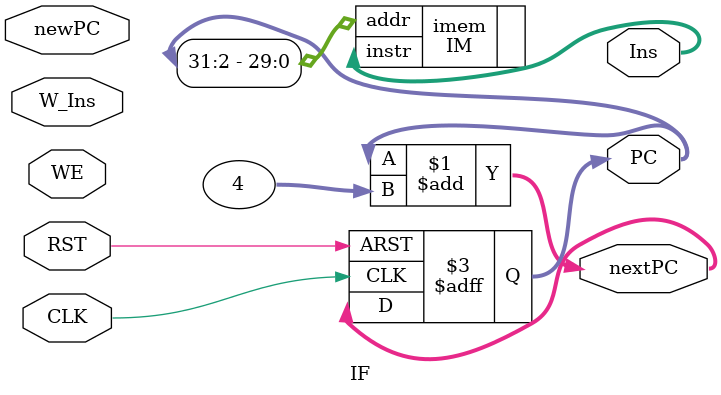
<source format=v>
module IF(CLK, RST, newPC, PC, W_Ins, WE, nextPC, Ins);
`include
input CLK, RST, WE;
input [31:0] newPC, W_Ins;
output reg [31:0] PC; // reg?
output [31:0] nextPC, Ins;

// PCにある番地の命令を取得
IM imem(
    .addr(PC[31:2]),    //word addressing
    .instr(Ins)
);

assign nextPC = PC + 4; //　つぎの命令アドレス

    always @(posedge CLK or posedge RST) begin
        if(RST)
            PC <= 32'd0;
        else
            PC <= nextPC;
    end
endmodule

// PCで命令を読んで，次のPCを計算
</source>
